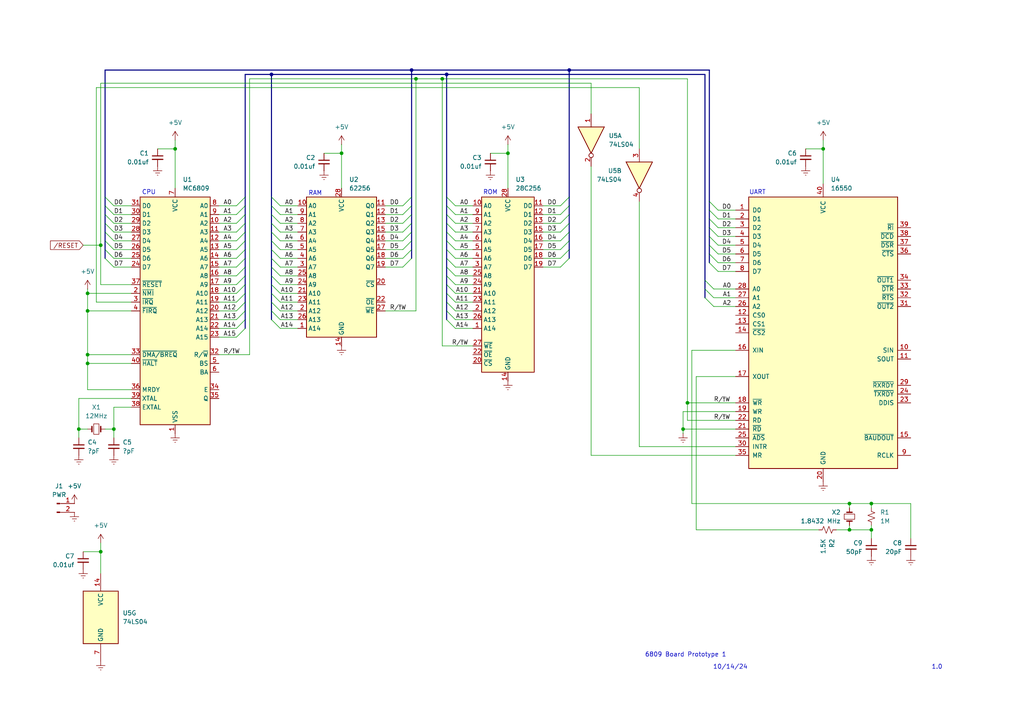
<source format=kicad_sch>
(kicad_sch (version 20231120) (generator "eeschema") (generator_version "8.0")
  (paper "A4")
  (lib_symbols
    (symbol "74xx:74LS04"
      (property "Reference" "U" (at 0 1.27 0))
      (property "Value" "74LS04" (at 0 -1.27 0))
      (symbol "74LS04_1_0"
        (polyline (pts (xy -3.81 3.81) (xy -3.81 -3.81) (xy 3.81 0) (xy -3.81 3.81)) (stroke (width 0.254)) (fill (type background)))
        (pin input line (at -7.62 0 0) (length 3.81) (name "~") (number "1"))
        (pin output inverted (at 7.62 0 180) (length 3.81) (name "~") (number "2"))
      )
      (symbol "74LS04_2_0"
        (polyline (pts (xy -3.81 3.81) (xy -3.81 -3.81) (xy 3.81 0) (xy -3.81 3.81)) (stroke (width 0.254)) (fill (type background)))
        (pin input line (at -7.62 0 0) (length 3.81) (name "~") (number "3"))
        (pin output inverted (at 7.62 0 180) (length 3.81) (name "~") (number "4"))
      )
      (symbol "74LS04_3_0"
        (polyline (pts (xy -3.81 3.81) (xy -3.81 -3.81) (xy 3.81 0) (xy -3.81 3.81)) (stroke (width 0.254)) (fill (type background)))
        (pin input line (at -7.62 0 0) (length 3.81) (name "~") (number "5"))
        (pin output inverted (at 7.62 0 180) (length 3.81) (name "~") (number "6"))
      )
      (symbol "74LS04_4_0"
        (polyline (pts (xy -3.81 3.81) (xy -3.81 -3.81) (xy 3.81 0) (xy -3.81 3.81)) (stroke (width 0.254)) (fill (type background)))
        (pin output inverted (at 7.62 0 180) (length 3.81) (name "~") (number "8"))
        (pin input line (at -7.62 0 0) (length 3.81) (name "~") (number "9"))
      )
      (symbol "74LS04_5_0"
        (polyline (pts (xy -3.81 3.81) (xy -3.81 -3.81) (xy 3.81 0) (xy -3.81 3.81)) (stroke (width 0.254)) (fill (type background)))
        (pin output inverted (at 7.62 0 180) (length 3.81) (name "~") (number "10"))
        (pin input line (at -7.62 0 0) (length 3.81) (name "~") (number "11"))
      )
      (symbol "74LS04_6_0"
        (polyline (pts (xy -3.81 3.81) (xy -3.81 -3.81) (xy 3.81 0) (xy -3.81 3.81)) (stroke (width 0.254)) (fill (type background)))
        (pin output inverted (at 7.62 0 180) (length 3.81) (name "~") (number "12"))
        (pin input line (at -7.62 0 0) (length 3.81) (name "~") (number "13"))
      )
      (symbol "74LS04_7_0"
        (pin power_in line (at 0 12.7 270) (length 5.08) (name "VCC") (number "14"))
        (pin power_in line (at 0 -12.7 90) (length 5.08) (name "GND") (number "7"))
      )
      (symbol "74LS04_7_1"
        (rectangle (start -5.08 7.62) (end 5.08 -7.62) (stroke (width 0.254)) (fill (type background)))
      )
    )
    (symbol "CPU_NXP_6800:MC6809"
      (property "Reference" "U" (at -7.62 34.29 0))
      (property "Value" "MC6809" (at 10.16 34.29 0))
      (symbol "MC6809_0_1"
        (rectangle (start -10.16 -33.02) (end 10.16 33.02) (stroke (width 0.254)) (fill (type background)))
      )
      (symbol "MC6809_1_1"
        (pin power_in line (at 0 -35.56 90) (length 2.54) (name "VSS") (number "1"))
        (pin output line (at 12.7 25.4 180) (length 2.54) (name "A2") (number "10"))
        (pin output line (at 12.7 22.86 180) (length 2.54) (name "A3") (number "11"))
        (pin output line (at 12.7 20.32 180) (length 2.54) (name "A4") (number "12"))
        (pin output line (at 12.7 17.78 180) (length 2.54) (name "A5") (number "13"))
        (pin output line (at 12.7 15.24 180) (length 2.54) (name "A6") (number "14"))
        (pin output line (at 12.7 12.7 180) (length 2.54) (name "A7") (number "15"))
        (pin output line (at 12.7 10.16 180) (length 2.54) (name "A8") (number "16"))
        (pin output line (at 12.7 7.62 180) (length 2.54) (name "A9") (number "17"))
        (pin output line (at 12.7 5.08 180) (length 2.54) (name "A10") (number "18"))
        (pin output line (at 12.7 2.54 180) (length 2.54) (name "A11") (number "19"))
        (pin input line (at -12.7 5.08 0) (length 2.54) (name "~{NMI}") (number "2"))
        (pin output line (at 12.7 0 180) (length 2.54) (name "A12") (number "20"))
        (pin output line (at 12.7 -2.54 180) (length 2.54) (name "A13") (number "21"))
        (pin output line (at 12.7 -5.08 180) (length 2.54) (name "A14") (number "22"))
        (pin output line (at 12.7 -7.62 180) (length 2.54) (name "A15") (number "23"))
        (pin bidirectional line (at -12.7 12.7 0) (length 2.54) (name "D7") (number "24"))
        (pin bidirectional line (at -12.7 15.24 0) (length 2.54) (name "D6") (number "25"))
        (pin bidirectional line (at -12.7 17.78 0) (length 2.54) (name "D5") (number "26"))
        (pin bidirectional line (at -12.7 20.32 0) (length 2.54) (name "D4") (number "27"))
        (pin bidirectional line (at -12.7 22.86 0) (length 2.54) (name "D3") (number "28"))
        (pin bidirectional line (at -12.7 25.4 0) (length 2.54) (name "D2") (number "29"))
        (pin input line (at -12.7 2.54 0) (length 2.54) (name "~{IRQ}") (number "3"))
        (pin bidirectional line (at -12.7 27.94 0) (length 2.54) (name "D1") (number "30"))
        (pin bidirectional line (at -12.7 30.48 0) (length 2.54) (name "D0") (number "31"))
        (pin output line (at 12.7 -12.7 180) (length 2.54) (name "R/~{W}") (number "32"))
        (pin input line (at -12.7 -12.7 0) (length 2.54) (name "~{DMA/BREQ}") (number "33"))
        (pin output line (at 12.7 -22.86 180) (length 2.54) (name "E") (number "34"))
        (pin output line (at 12.7 -25.4 180) (length 2.54) (name "Q") (number "35"))
        (pin input line (at -12.7 -22.86 0) (length 2.54) (name "MRDY") (number "36"))
        (pin input line (at -12.7 7.62 0) (length 2.54) (name "~{RESET}") (number "37"))
        (pin input line (at -12.7 -27.94 0) (length 2.54) (name "EXTAL") (number "38"))
        (pin input line (at -12.7 -25.4 0) (length 2.54) (name "XTAL") (number "39"))
        (pin input line (at -12.7 0 0) (length 2.54) (name "~{FIRQ}") (number "4"))
        (pin input line (at -12.7 -15.24 0) (length 2.54) (name "~{HALT}") (number "40"))
        (pin output line (at 12.7 -15.24 180) (length 2.54) (name "BS") (number "5"))
        (pin output line (at 12.7 -17.78 180) (length 2.54) (name "BA") (number "6"))
        (pin power_in line (at 0 35.56 270) (length 2.54) (name "VCC") (number "7"))
        (pin output line (at 12.7 30.48 180) (length 2.54) (name "A0") (number "8"))
        (pin output line (at 12.7 27.94 180) (length 2.54) (name "A1") (number "9"))
      )
    )
    (symbol "Connector:Conn_01x02_Pin" (pin_names (offset 1.016) hide)
      (property "Reference" "J" (at 0 2.54 0))
      (property "Value" "Conn_01x02_Pin" (at 0 -5.08 0))
      (symbol "Conn_01x02_Pin_1_1"
        (polyline (pts (xy 1.27 -2.54) (xy 0.8636 -2.54)) (stroke (width 0.1524)))
        (polyline (pts (xy 1.27 0) (xy 0.8636 0)) (stroke (width 0.1524)))
        (rectangle (start 0.8636 -2.413) (end 0 -2.667) (stroke (width 0.1524)) (fill (type outline)))
        (rectangle (start 0.8636 0.127) (end 0 -0.127) (stroke (width 0.1524)) (fill (type outline)))
        (pin passive line (at 5.08 0 180) (length 3.81) (name "Pin_1") (number "1"))
        (pin passive line (at 5.08 -2.54 180) (length 3.81) (name "Pin_2") (number "2"))
      )
    )
    (symbol "Device:C_Small" (pin_numbers hide) (pin_names (offset 0.254) hide)
      (property "Reference" "C" (at 0.254 1.778 0))
      (property "Value" "C_Small" (at 0.254 -2.032 0))
      (symbol "C_Small_0_1"
        (polyline (pts (xy -1.524 -0.508) (xy 1.524 -0.508)) (stroke (width 0.3302)))
        (polyline (pts (xy -1.524 0.508) (xy 1.524 0.508)) (stroke (width 0.3048)))
      )
      (symbol "C_Small_1_1"
        (pin passive line (at 0 2.54 270) (length 2.032) (name "~") (number "1"))
        (pin passive line (at 0 -2.54 90) (length 2.032) (name "~") (number "2"))
      )
    )
    (symbol "Device:Crystal_Small" (pin_numbers hide) (pin_names (offset 1.016) hide)
      (property "Reference" "Y" (at 0 2.54 0))
      (property "Value" "Crystal_Small" (at 0 -2.54 0))
      (symbol "Crystal_Small_0_1"
        (rectangle (start -0.762 -1.524) (end 0.762 1.524))
        (polyline (pts (xy -1.27 -0.762) (xy -1.27 0.762)) (stroke (width 0.381)))
        (polyline (pts (xy 1.27 -0.762) (xy 1.27 0.762)) (stroke (width 0.381)))
      )
      (symbol "Crystal_Small_1_1"
        (pin passive line (at -2.54 0 0) (length 1.27) (name "1") (number "1"))
        (pin passive line (at 2.54 0 180) (length 1.27) (name "2") (number "2"))
      )
    )
    (symbol "Device:R_Small_US" (pin_numbers hide) (pin_names (offset 0.254) hide)
      (property "Reference" "R" (at 0.762 0.508 0))
      (property "Value" "R_Small_US" (at 0.762 -1.016 0))
      (symbol "R_Small_US_1_1"
        (polyline (pts (xy 0 0) (xy 1.016 -0.381) (xy 0 -0.762) (xy -1.016 -1.143) (xy 0 -1.524)))
        (polyline (pts (xy 0 1.524) (xy 1.016 1.143) (xy 0 0.762) (xy -1.016 0.381) (xy 0 0)))
        (pin passive line (at 0 2.54 270) (length 1.016) (name "~") (number "1"))
        (pin passive line (at 0 -2.54 90) (length 1.016) (name "~") (number "2"))
      )
    )
    (symbol "Interface_UART:16550" (pin_names (offset 1.016))
      (property "Reference" "U" (at -21.59 40.64 0))
      (property "Value" "16550" (at 15.24 40.64 0))
      (symbol "16550_0_1"
        (rectangle (start -21.59 -39.37) (end 21.59 39.37) (stroke (width 0.254)) (fill (type background)))
      )
      (symbol "16550_1_1"
        (pin bidirectional line (at -25.4 35.56 0) (length 3.81) (name "D0") (number "1"))
        (pin input line (at 25.4 -5.08 180) (length 3.81) (name "SIN") (number "10"))
        (pin output line (at 25.4 -7.62 180) (length 3.81) (name "SOUT") (number "11"))
        (pin input line (at -25.4 5.08 0) (length 3.81) (name "CS0") (number "12"))
        (pin input line (at -25.4 2.54 0) (length 3.81) (name "CS1") (number "13"))
        (pin input line (at -25.4 0 0) (length 3.81) (name "~{CS2}") (number "14"))
        (pin output line (at 25.4 -30.48 180) (length 3.81) (name "~{BAUDOUT}") (number "15"))
        (pin input line (at -25.4 -5.08 0) (length 3.81) (name "XIN") (number "16"))
        (pin output line (at -25.4 -12.7 0) (length 3.81) (name "XOUT") (number "17"))
        (pin input line (at -25.4 -20.32 0) (length 3.81) (name "~{WR}") (number "18"))
        (pin input line (at -25.4 -22.86 0) (length 3.81) (name "WR") (number "19"))
        (pin bidirectional line (at -25.4 33.02 0) (length 3.81) (name "D1") (number "2"))
        (pin power_in line (at 0 -43.18 90) (length 3.81) (name "GND") (number "20"))
        (pin input line (at -25.4 -27.94 0) (length 3.81) (name "~{RD}") (number "21"))
        (pin input line (at -25.4 -25.4 0) (length 3.81) (name "RD") (number "22"))
        (pin output line (at 25.4 -20.32 180) (length 3.81) (name "DDIS") (number "23"))
        (pin output line (at 25.4 -17.78 180) (length 3.81) (name "~{TXRDY}") (number "24"))
        (pin input line (at -25.4 -30.48 0) (length 3.81) (name "~{ADS}") (number "25"))
        (pin input line (at -25.4 7.62 0) (length 3.81) (name "A2") (number "26"))
        (pin input line (at -25.4 10.16 0) (length 3.81) (name "A1") (number "27"))
        (pin input line (at -25.4 12.7 0) (length 3.81) (name "A0") (number "28"))
        (pin output line (at 25.4 -15.24 180) (length 3.81) (name "~{RXRDY}") (number "29"))
        (pin bidirectional line (at -25.4 30.48 0) (length 3.81) (name "D2") (number "3"))
        (pin output line (at -25.4 -33.02 0) (length 3.81) (name "INTR") (number "30"))
        (pin output line (at 25.4 7.62 180) (length 3.81) (name "~{OUT2}") (number "31"))
        (pin output line (at 25.4 10.16 180) (length 3.81) (name "~{RTS}") (number "32"))
        (pin output line (at 25.4 12.7 180) (length 3.81) (name "~{DTR}") (number "33"))
        (pin output line (at 25.4 15.24 180) (length 3.81) (name "~{OUT1}") (number "34"))
        (pin input line (at -25.4 -35.56 0) (length 3.81) (name "MR") (number "35"))
        (pin input line (at 25.4 22.86 180) (length 3.81) (name "~{CTS}") (number "36"))
        (pin input line (at 25.4 25.4 180) (length 3.81) (name "~{DSR}") (number "37"))
        (pin input line (at 25.4 27.94 180) (length 3.81) (name "~{DCD}") (number "38"))
        (pin input line (at 25.4 30.48 180) (length 3.81) (name "~{RI}") (number "39"))
        (pin bidirectional line (at -25.4 27.94 0) (length 3.81) (name "D3") (number "4"))
        (pin power_in line (at 0 43.18 270) (length 3.81) (name "VCC") (number "40"))
        (pin bidirectional line (at -25.4 25.4 0) (length 3.81) (name "D4") (number "5"))
        (pin bidirectional line (at -25.4 22.86 0) (length 3.81) (name "D5") (number "6"))
        (pin bidirectional line (at -25.4 20.32 0) (length 3.81) (name "D6") (number "7"))
        (pin bidirectional line (at -25.4 17.78 0) (length 3.81) (name "D7") (number "8"))
        (pin input line (at 25.4 -35.56 180) (length 3.81) (name "RCLK") (number "9"))
      )
    )
    (symbol "Memory_EEPROM:28C256"
      (property "Reference" "U" (at -7.62 26.67 0))
      (property "Value" "28C256" (at 2.54 -26.67 0))
      (symbol "28C256_1_1"
        (rectangle (start -7.62 25.4) (end 7.62 -25.4) (stroke (width 0.254)) (fill (type background)))
        (pin input line (at -10.16 -12.7 0) (length 2.54) (name "A14") (number "1"))
        (pin input line (at -10.16 22.86 0) (length 2.54) (name "A0") (number "10"))
        (pin tri_state line (at 10.16 22.86 180) (length 2.54) (name "D0") (number "11"))
        (pin tri_state line (at 10.16 20.32 180) (length 2.54) (name "D1") (number "12"))
        (pin tri_state line (at 10.16 17.78 180) (length 2.54) (name "D2") (number "13"))
        (pin power_in line (at 0 -27.94 90) (length 2.54) (name "GND") (number "14"))
        (pin tri_state line (at 10.16 15.24 180) (length 2.54) (name "D3") (number "15"))
        (pin tri_state line (at 10.16 12.7 180) (length 2.54) (name "D4") (number "16"))
        (pin tri_state line (at 10.16 10.16 180) (length 2.54) (name "D5") (number "17"))
        (pin tri_state line (at 10.16 7.62 180) (length 2.54) (name "D6") (number "18"))
        (pin tri_state line (at 10.16 5.08 180) (length 2.54) (name "D7") (number "19"))
        (pin input line (at -10.16 -7.62 0) (length 2.54) (name "A12") (number "2"))
        (pin input line (at -10.16 -22.86 0) (length 2.54) (name "~{CS}") (number "20"))
        (pin input line (at -10.16 -2.54 0) (length 2.54) (name "A10") (number "21"))
        (pin input line (at -10.16 -20.32 0) (length 2.54) (name "~{OE}") (number "22"))
        (pin input line (at -10.16 -5.08 0) (length 2.54) (name "A11") (number "23"))
        (pin input line (at -10.16 0 0) (length 2.54) (name "A9") (number "24"))
        (pin input line (at -10.16 2.54 0) (length 2.54) (name "A8") (number "25"))
        (pin input line (at -10.16 -10.16 0) (length 2.54) (name "A13") (number "26"))
        (pin input line (at -10.16 -17.78 0) (length 2.54) (name "~{WE}") (number "27"))
        (pin power_in line (at 0 27.94 270) (length 2.54) (name "VCC") (number "28"))
        (pin input line (at -10.16 5.08 0) (length 2.54) (name "A7") (number "3"))
        (pin input line (at -10.16 7.62 0) (length 2.54) (name "A6") (number "4"))
        (pin input line (at -10.16 10.16 0) (length 2.54) (name "A5") (number "5"))
        (pin input line (at -10.16 12.7 0) (length 2.54) (name "A4") (number "6"))
        (pin input line (at -10.16 15.24 0) (length 2.54) (name "A3") (number "7"))
        (pin input line (at -10.16 17.78 0) (length 2.54) (name "A2") (number "8"))
        (pin input line (at -10.16 20.32 0) (length 2.54) (name "A1") (number "9"))
      )
    )
    (symbol "Memory_RAM:KM62256CLP"
      (property "Reference" "U" (at -10.16 20.955 0))
      (property "Value" "KM62256CLP" (at 2.54 20.955 0))
      (symbol "KM62256CLP_0_0"
        (pin power_in line (at 0 -22.86 90) (length 2.54) (name "GND") (number "14"))
        (pin power_in line (at 0 22.86 270) (length 2.54) (name "VCC") (number "28"))
      )
      (symbol "KM62256CLP_0_1"
        (rectangle (start -10.16 20.32) (end 10.16 -20.32) (stroke (width 0.254)) (fill (type background)))
      )
      (symbol "KM62256CLP_1_1"
        (pin input line (at -12.7 -17.78 0) (length 2.54) (name "A14") (number "1"))
        (pin input line (at -12.7 17.78 0) (length 2.54) (name "A0") (number "10"))
        (pin tri_state line (at 12.7 17.78 180) (length 2.54) (name "Q0") (number "11"))
        (pin tri_state line (at 12.7 15.24 180) (length 2.54) (name "Q1") (number "12"))
        (pin tri_state line (at 12.7 12.7 180) (length 2.54) (name "Q2") (number "13"))
        (pin tri_state line (at 12.7 10.16 180) (length 2.54) (name "Q3") (number "15"))
        (pin tri_state line (at 12.7 7.62 180) (length 2.54) (name "Q4") (number "16"))
        (pin tri_state line (at 12.7 5.08 180) (length 2.54) (name "Q5") (number "17"))
        (pin tri_state line (at 12.7 2.54 180) (length 2.54) (name "Q6") (number "18"))
        (pin tri_state line (at 12.7 0 180) (length 2.54) (name "Q7") (number "19"))
        (pin input line (at -12.7 -12.7 0) (length 2.54) (name "A12") (number "2"))
        (pin input line (at 12.7 -5.08 180) (length 2.54) (name "~{CS}") (number "20"))
        (pin input line (at -12.7 -7.62 0) (length 2.54) (name "A10") (number "21"))
        (pin input line (at 12.7 -10.16 180) (length 2.54) (name "~{OE}") (number "22"))
        (pin input line (at -12.7 -10.16 0) (length 2.54) (name "A11") (number "23"))
        (pin input line (at -12.7 -5.08 0) (length 2.54) (name "A9") (number "24"))
        (pin input line (at -12.7 -2.54 0) (length 2.54) (name "A8") (number "25"))
        (pin input line (at -12.7 -15.24 0) (length 2.54) (name "A13") (number "26"))
        (pin input line (at 12.7 -12.7 180) (length 2.54) (name "~{WE}") (number "27"))
        (pin input line (at -12.7 0 0) (length 2.54) (name "A7") (number "3"))
        (pin input line (at -12.7 2.54 0) (length 2.54) (name "A6") (number "4"))
        (pin input line (at -12.7 5.08 0) (length 2.54) (name "A5") (number "5"))
        (pin input line (at -12.7 7.62 0) (length 2.54) (name "A4") (number "6"))
        (pin input line (at -12.7 10.16 0) (length 2.54) (name "A3") (number "7"))
        (pin input line (at -12.7 12.7 0) (length 2.54) (name "A2") (number "8"))
        (pin input line (at -12.7 15.24 0) (length 2.54) (name "A1") (number "9"))
      )
    )
    (symbol "power:+5V" (power) (pin_numbers hide) (pin_names (offset 0) hide)
      (property "Value" "+5V" (at 0 3.556 0))
      (symbol "+5V_0_1"
        (polyline (pts (xy -0.762 1.27) (xy 0 2.54)))
        (polyline (pts (xy 0 0) (xy 0 2.54)))
        (polyline (pts (xy 0 2.54) (xy 0.762 1.27)))
      )
      (symbol "+5V_1_1"
        (pin power_in line (at 0 0 90) (length 0) (name "~") (number "1"))
      )
    )
    (symbol "power:GNDREF" (power) (pin_numbers hide) (pin_names (offset 0) hide)
      (property "Value" "GNDREF" (at 0 -3.81 0))
      (symbol "GNDREF_0_1"
        (polyline (pts (xy -0.635 -1.905) (xy 0.635 -1.905)))
        (polyline (pts (xy -0.127 -2.54) (xy 0.127 -2.54)))
        (polyline (pts (xy 0 -1.27) (xy 0 0)))
        (polyline (pts (xy 1.27 -1.27) (xy -1.27 -1.27)))
      )
      (symbol "GNDREF_1_1"
        (pin power_in line (at 0 0 270) (length 0) (name "~") (number "1"))
      )
    )
  )
  (junction (at 147.32 44.45))
  (junction (at 78.74 21.59))
  (junction (at 99.06 44.45))
  (junction (at 25.4 105.41))
  (junction (at 25.4 90.17))
  (junction (at 252.73 146.05))
  (junction (at 25.4 102.87))
  (junction (at 238.76 43.18))
  (junction (at 120.65 22.86))
  (junction (at 33.02 124.46))
  (junction (at 199.39 116.84))
  (junction (at 246.38 153.67))
  (junction (at 128.27 22.86))
  (junction (at 129.54 21.59))
  (junction (at 22.86 124.46))
  (junction (at 165.1 20.32))
  (junction (at 29.21 71.12))
  (junction (at 50.8 43.18))
  (junction (at 119.38 20.32))
  (junction (at 246.38 146.05))
  (junction (at 29.21 160.02))
  (junction (at 252.73 153.67))
  (junction (at 25.4 85.09))
  (junction (at 198.12 124.46))
  (bus_entry (at 71.12 87.63) (size -2.54 2.54))
  (bus_entry (at 204.47 81.28) (size 2.54 2.54))
  (bus_entry (at 205.74 60.96) (size 2.54 2.54))
  (bus_entry (at 165.1 69.85) (size -2.54 2.54))
  (bus_entry (at 205.74 68.58) (size 2.54 2.54))
  (bus_entry (at 71.12 74.93) (size -2.54 2.54))
  (bus_entry (at 78.74 57.15) (size 2.54 2.54))
  (bus_entry (at 71.12 77.47) (size -2.54 2.54))
  (bus_entry (at 129.54 57.15) (size 2.54 2.54))
  (bus_entry (at 71.12 72.39) (size -2.54 2.54))
  (bus_entry (at 205.74 73.66) (size 2.54 2.54))
  (bus_entry (at 30.48 59.69) (size 2.54 2.54))
  (bus_entry (at 78.74 62.23) (size 2.54 2.54))
  (bus_entry (at 71.12 82.55) (size -2.54 2.54))
  (bus_entry (at 129.54 74.93) (size 2.54 2.54))
  (bus_entry (at 205.74 66.04) (size 2.54 2.54))
  (bus_entry (at 119.38 69.85) (size -2.54 2.54))
  (bus_entry (at 30.48 74.93) (size 2.54 2.54))
  (bus_entry (at 165.1 59.69) (size -2.54 2.54))
  (bus_entry (at 71.12 67.31) (size -2.54 2.54))
  (bus_entry (at 30.48 69.85) (size 2.54 2.54))
  (bus_entry (at 71.12 92.71) (size -2.54 2.54))
  (bus_entry (at 119.38 62.23) (size -2.54 2.54))
  (bus_entry (at 78.74 77.47) (size 2.54 2.54))
  (bus_entry (at 129.54 80.01) (size 2.54 2.54))
  (bus_entry (at 129.54 59.69) (size 2.54 2.54))
  (bus_entry (at 78.74 80.01) (size 2.54 2.54))
  (bus_entry (at 205.74 71.12) (size 2.54 2.54))
  (bus_entry (at 205.74 76.2) (size 2.54 2.54))
  (bus_entry (at 78.74 59.69) (size 2.54 2.54))
  (bus_entry (at 204.47 86.36) (size 2.54 2.54))
  (bus_entry (at 78.74 72.39) (size 2.54 2.54))
  (bus_entry (at 30.48 67.31) (size 2.54 2.54))
  (bus_entry (at 165.1 62.23) (size -2.54 2.54))
  (bus_entry (at 129.54 92.71) (size 2.54 2.54))
  (bus_entry (at 129.54 87.63) (size 2.54 2.54))
  (bus_entry (at 71.12 59.69) (size -2.54 2.54))
  (bus_entry (at 78.74 90.17) (size 2.54 2.54))
  (bus_entry (at 205.74 63.5) (size 2.54 2.54))
  (bus_entry (at 119.38 72.39) (size -2.54 2.54))
  (bus_entry (at 165.1 57.15) (size -2.54 2.54))
  (bus_entry (at 165.1 74.93) (size -2.54 2.54))
  (bus_entry (at 78.74 64.77) (size 2.54 2.54))
  (bus_entry (at 165.1 64.77) (size -2.54 2.54))
  (bus_entry (at 129.54 67.31) (size 2.54 2.54))
  (bus_entry (at 119.38 57.15) (size -2.54 2.54))
  (bus_entry (at 205.74 58.42) (size 2.54 2.54))
  (bus_entry (at 78.74 87.63) (size 2.54 2.54))
  (bus_entry (at 71.12 90.17) (size -2.54 2.54))
  (bus_entry (at 129.54 82.55) (size 2.54 2.54))
  (bus_entry (at 129.54 64.77) (size 2.54 2.54))
  (bus_entry (at 129.54 62.23) (size 2.54 2.54))
  (bus_entry (at 119.38 74.93) (size -2.54 2.54))
  (bus_entry (at 78.74 67.31) (size 2.54 2.54))
  (bus_entry (at 71.12 69.85) (size -2.54 2.54))
  (bus_entry (at 71.12 80.01) (size -2.54 2.54))
  (bus_entry (at 71.12 64.77) (size -2.54 2.54))
  (bus_entry (at 129.54 69.85) (size 2.54 2.54))
  (bus_entry (at 129.54 90.17) (size 2.54 2.54))
  (bus_entry (at 71.12 62.23) (size -2.54 2.54))
  (bus_entry (at 129.54 77.47) (size 2.54 2.54))
  (bus_entry (at 30.48 62.23) (size 2.54 2.54))
  (bus_entry (at 71.12 57.15) (size -2.54 2.54))
  (bus_entry (at 30.48 64.77) (size 2.54 2.54))
  (bus_entry (at 165.1 67.31) (size -2.54 2.54))
  (bus_entry (at 204.47 83.82) (size 2.54 2.54))
  (bus_entry (at 30.48 72.39) (size 2.54 2.54))
  (bus_entry (at 119.38 64.77) (size -2.54 2.54))
  (bus_entry (at 119.38 67.31) (size -2.54 2.54))
  (bus_entry (at 78.74 85.09) (size 2.54 2.54))
  (bus_entry (at 129.54 72.39) (size 2.54 2.54))
  (bus_entry (at 129.54 85.09) (size 2.54 2.54))
  (bus_entry (at 78.74 69.85) (size 2.54 2.54))
  (bus_entry (at 30.48 57.15) (size 2.54 2.54))
  (bus_entry (at 78.74 82.55) (size 2.54 2.54))
  (bus_entry (at 165.1 72.39) (size -2.54 2.54))
  (bus_entry (at 78.74 74.93) (size 2.54 2.54))
  (bus_entry (at 119.38 59.69) (size -2.54 2.54))
  (bus_entry (at 71.12 85.09) (size -2.54 2.54))
  (bus_entry (at 71.12 95.25) (size -2.54 2.54))
  (bus_entry (at 78.74 92.71) (size 2.54 2.54))
  (bus (pts (xy 71.12 82.55) (xy 71.12 85.09)))
  (wire (pts (xy 33.02 77.47) (xy 38.1 77.47)))
  (bus (pts (xy 78.74 74.93) (xy 78.74 77.47)))
  (bus (pts (xy 119.38 20.32) (xy 165.1 20.32)))
  (wire (pts (xy 25.4 90.17) (xy 38.1 90.17)))
  (wire (pts (xy 185.42 58.42) (xy 185.42 129.54)))
  (wire (pts (xy 132.08 67.31) (xy 137.16 67.31)))
  (wire (pts (xy 63.5 102.87) (xy 72.39 102.87)))
  (wire (pts (xy 81.28 85.09) (xy 86.36 85.09)))
  (wire (pts (xy 33.02 64.77) (xy 38.1 64.77)))
  (wire (pts (xy 68.58 74.93) (xy 63.5 74.93)))
  (bus (pts (xy 205.74 71.12) (xy 205.74 73.66)))
  (bus (pts (xy 204.47 81.28) (xy 204.47 83.82)))
  (bus (pts (xy 165.1 69.85) (xy 165.1 72.39)))
  (wire (pts (xy 252.73 152.4) (xy 252.73 153.67)))
  (wire (pts (xy 198.12 124.46) (xy 198.12 125.73)))
  (bus (pts (xy 71.12 59.69) (xy 71.12 62.23)))
  (wire (pts (xy 238.76 43.18) (xy 238.76 40.64)))
  (wire (pts (xy 30.48 124.46) (xy 33.02 124.46)))
  (wire (pts (xy 208.28 78.74) (xy 213.36 78.74)))
  (wire (pts (xy 132.08 80.01) (xy 137.16 80.01)))
  (wire (pts (xy 198.12 119.38) (xy 213.36 119.38)))
  (wire (pts (xy 185.42 129.54) (xy 213.36 129.54)))
  (wire (pts (xy 99.06 44.45) (xy 99.06 54.61)))
  (wire (pts (xy 246.38 146.05) (xy 246.38 147.32)))
  (wire (pts (xy 116.84 69.85) (xy 111.76 69.85)))
  (wire (pts (xy 25.4 83.82) (xy 25.4 85.09)))
  (wire (pts (xy 81.28 95.25) (xy 86.36 95.25)))
  (wire (pts (xy 132.08 64.77) (xy 137.16 64.77)))
  (wire (pts (xy 68.58 82.55) (xy 63.5 82.55)))
  (bus (pts (xy 78.74 82.55) (xy 78.74 85.09)))
  (wire (pts (xy 24.13 160.02) (xy 29.21 160.02)))
  (wire (pts (xy 252.73 146.05) (xy 252.73 147.32)))
  (wire (pts (xy 33.02 124.46) (xy 33.02 127)))
  (wire (pts (xy 50.8 43.18) (xy 50.8 40.64)))
  (bus (pts (xy 71.12 90.17) (xy 71.12 92.71)))
  (bus (pts (xy 78.74 21.59) (xy 78.74 57.15)))
  (wire (pts (xy 162.56 72.39) (xy 157.48 72.39)))
  (wire (pts (xy 201.93 153.67) (xy 237.49 153.67)))
  (wire (pts (xy 29.21 82.55) (xy 38.1 82.55)))
  (wire (pts (xy 33.02 124.46) (xy 33.02 118.11)))
  (wire (pts (xy 111.76 90.17) (xy 120.65 90.17)))
  (wire (pts (xy 132.08 77.47) (xy 137.16 77.47)))
  (bus (pts (xy 71.12 67.31) (xy 71.12 69.85)))
  (wire (pts (xy 116.84 64.77) (xy 111.76 64.77)))
  (wire (pts (xy 29.21 24.13) (xy 29.21 71.12)))
  (wire (pts (xy 68.58 97.79) (xy 63.5 97.79)))
  (wire (pts (xy 233.68 43.18) (xy 238.76 43.18)))
  (wire (pts (xy 208.28 73.66) (xy 213.36 73.66)))
  (bus (pts (xy 129.54 72.39) (xy 129.54 74.93)))
  (wire (pts (xy 33.02 59.69) (xy 38.1 59.69)))
  (wire (pts (xy 99.06 44.45) (xy 99.06 41.91)))
  (bus (pts (xy 205.74 58.42) (xy 205.74 60.96)))
  (wire (pts (xy 22.86 115.57) (xy 22.86 124.46)))
  (bus (pts (xy 165.1 62.23) (xy 165.1 64.77)))
  (wire (pts (xy 171.45 48.26) (xy 171.45 132.08)))
  (wire (pts (xy 81.28 90.17) (xy 86.36 90.17)))
  (bus (pts (xy 165.1 67.31) (xy 165.1 69.85)))
  (bus (pts (xy 119.38 69.85) (xy 119.38 72.39)))
  (bus (pts (xy 78.74 57.15) (xy 78.74 59.69)))
  (wire (pts (xy 132.08 82.55) (xy 137.16 82.55)))
  (wire (pts (xy 81.28 62.23) (xy 86.36 62.23)))
  (wire (pts (xy 208.28 71.12) (xy 213.36 71.12)))
  (wire (pts (xy 198.12 119.38) (xy 198.12 124.46)))
  (wire (pts (xy 38.1 115.57) (xy 22.86 115.57)))
  (wire (pts (xy 208.28 68.58) (xy 213.36 68.58)))
  (bus (pts (xy 129.54 85.09) (xy 129.54 87.63)))
  (wire (pts (xy 199.39 22.86) (xy 199.39 116.84)))
  (wire (pts (xy 213.36 116.84) (xy 199.39 116.84)))
  (bus (pts (xy 71.12 87.63) (xy 71.12 90.17)))
  (wire (pts (xy 38.1 113.03) (xy 25.4 113.03)))
  (wire (pts (xy 33.02 74.93) (xy 38.1 74.93)))
  (wire (pts (xy 25.4 105.41) (xy 38.1 105.41)))
  (wire (pts (xy 185.42 25.4) (xy 185.42 43.18)))
  (wire (pts (xy 72.39 22.86) (xy 72.39 102.87)))
  (bus (pts (xy 205.74 20.32) (xy 165.1 20.32)))
  (wire (pts (xy 162.56 74.93) (xy 157.48 74.93)))
  (bus (pts (xy 129.54 64.77) (xy 129.54 67.31)))
  (wire (pts (xy 208.28 63.5) (xy 213.36 63.5)))
  (wire (pts (xy 50.8 54.61) (xy 50.8 43.18)))
  (bus (pts (xy 71.12 72.39) (xy 71.12 74.93)))
  (bus (pts (xy 30.48 69.85) (xy 30.48 72.39)))
  (wire (pts (xy 72.39 22.86) (xy 120.65 22.86)))
  (wire (pts (xy 171.45 132.08) (xy 213.36 132.08)))
  (bus (pts (xy 205.74 73.66) (xy 205.74 76.2)))
  (wire (pts (xy 68.58 92.71) (xy 63.5 92.71)))
  (wire (pts (xy 81.28 64.77) (xy 86.36 64.77)))
  (bus (pts (xy 165.1 57.15) (xy 165.1 59.69)))
  (bus (pts (xy 78.74 72.39) (xy 78.74 74.93)))
  (bus (pts (xy 71.12 74.93) (xy 71.12 77.47)))
  (wire (pts (xy 68.58 85.09) (xy 63.5 85.09)))
  (wire (pts (xy 208.28 76.2) (xy 213.36 76.2)))
  (wire (pts (xy 24.13 71.12) (xy 29.21 71.12)))
  (bus (pts (xy 78.74 62.23) (xy 78.74 64.77)))
  (wire (pts (xy 29.21 160.02) (xy 29.21 157.48)))
  (wire (pts (xy 207.01 86.36) (xy 213.36 86.36)))
  (wire (pts (xy 200.66 146.05) (xy 246.38 146.05)))
  (bus (pts (xy 78.74 80.01) (xy 78.74 82.55)))
  (wire (pts (xy 199.39 116.84) (xy 199.39 121.92)))
  (wire (pts (xy 147.32 44.45) (xy 147.32 41.91)))
  (wire (pts (xy 81.28 69.85) (xy 86.36 69.85)))
  (wire (pts (xy 128.27 100.33) (xy 128.27 22.86)))
  (wire (pts (xy 132.08 62.23) (xy 137.16 62.23)))
  (bus (pts (xy 78.74 85.09) (xy 78.74 87.63)))
  (wire (pts (xy 162.56 62.23) (xy 157.48 62.23)))
  (wire (pts (xy 199.39 121.92) (xy 213.36 121.92)))
  (wire (pts (xy 207.01 88.9) (xy 213.36 88.9)))
  (bus (pts (xy 30.48 72.39) (xy 30.48 74.93)))
  (wire (pts (xy 68.58 77.47) (xy 63.5 77.47)))
  (bus (pts (xy 119.38 67.31) (xy 119.38 69.85)))
  (wire (pts (xy 208.28 66.04) (xy 213.36 66.04)))
  (wire (pts (xy 68.58 62.23) (xy 63.5 62.23)))
  (bus (pts (xy 78.74 69.85) (xy 78.74 72.39)))
  (wire (pts (xy 132.08 59.69) (xy 137.16 59.69)))
  (bus (pts (xy 30.48 20.32) (xy 30.48 57.15)))
  (bus (pts (xy 129.54 69.85) (xy 129.54 72.39)))
  (wire (pts (xy 81.28 82.55) (xy 86.36 82.55)))
  (wire (pts (xy 81.28 80.01) (xy 86.36 80.01)))
  (bus (pts (xy 78.74 77.47) (xy 78.74 80.01)))
  (wire (pts (xy 128.27 22.86) (xy 120.65 22.86)))
  (wire (pts (xy 22.86 124.46) (xy 25.4 124.46)))
  (wire (pts (xy 246.38 152.4) (xy 246.38 153.67)))
  (bus (pts (xy 204.47 21.59) (xy 204.47 81.28)))
  (bus (pts (xy 205.74 63.5) (xy 205.74 66.04)))
  (wire (pts (xy 116.84 67.31) (xy 111.76 67.31)))
  (wire (pts (xy 162.56 64.77) (xy 157.48 64.77)))
  (wire (pts (xy 132.08 92.71) (xy 137.16 92.71)))
  (wire (pts (xy 116.84 72.39) (xy 111.76 72.39)))
  (wire (pts (xy 200.66 101.6) (xy 200.66 146.05)))
  (wire (pts (xy 147.32 44.45) (xy 147.32 54.61)))
  (wire (pts (xy 238.76 43.18) (xy 238.76 53.34)))
  (wire (pts (xy 132.08 72.39) (xy 137.16 72.39)))
  (bus (pts (xy 78.74 87.63) (xy 78.74 90.17)))
  (bus (pts (xy 119.38 62.23) (xy 119.38 64.77)))
  (wire (pts (xy 25.4 85.09) (xy 38.1 85.09)))
  (wire (pts (xy 29.21 24.13) (xy 171.45 24.13)))
  (bus (pts (xy 71.12 64.77) (xy 71.12 67.31)))
  (bus (pts (xy 205.74 60.96) (xy 205.74 63.5)))
  (bus (pts (xy 129.54 59.69) (xy 129.54 62.23)))
  (bus (pts (xy 119.38 64.77) (xy 119.38 67.31)))
  (bus (pts (xy 78.74 64.77) (xy 78.74 67.31)))
  (bus (pts (xy 119.38 57.15) (xy 119.38 59.69)))
  (wire (pts (xy 242.57 153.67) (xy 246.38 153.67)))
  (bus (pts (xy 78.74 67.31) (xy 78.74 69.85)))
  (wire (pts (xy 132.08 69.85) (xy 137.16 69.85)))
  (bus (pts (xy 165.1 64.77) (xy 165.1 67.31)))
  (wire (pts (xy 45.72 43.18) (xy 50.8 43.18)))
  (wire (pts (xy 162.56 67.31) (xy 157.48 67.31)))
  (wire (pts (xy 201.93 109.22) (xy 213.36 109.22)))
  (bus (pts (xy 205.74 20.32) (xy 205.74 58.42)))
  (bus (pts (xy 71.12 62.23) (xy 71.12 64.77)))
  (wire (pts (xy 132.08 87.63) (xy 137.16 87.63)))
  (bus (pts (xy 165.1 72.39) (xy 165.1 74.93)))
  (wire (pts (xy 81.28 59.69) (xy 86.36 59.69)))
  (bus (pts (xy 78.74 59.69) (xy 78.74 62.23)))
  (bus (pts (xy 204.47 83.82) (xy 204.47 86.36)))
  (bus (pts (xy 71.12 80.01) (xy 71.12 82.55)))
  (wire (pts (xy 33.02 62.23) (xy 38.1 62.23)))
  (wire (pts (xy 81.28 87.63) (xy 86.36 87.63)))
  (wire (pts (xy 81.28 67.31) (xy 86.36 67.31)))
  (bus (pts (xy 129.54 77.47) (xy 129.54 80.01)))
  (bus (pts (xy 165.1 59.69) (xy 165.1 62.23)))
  (bus (pts (xy 129.54 90.17) (xy 129.54 92.71)))
  (wire (pts (xy 207.01 83.82) (xy 213.36 83.82)))
  (wire (pts (xy 25.4 102.87) (xy 25.4 90.17)))
  (bus (pts (xy 119.38 20.32) (xy 119.38 57.15)))
  (wire (pts (xy 22.86 124.46) (xy 22.86 127)))
  (wire (pts (xy 116.84 62.23) (xy 111.76 62.23)))
  (bus (pts (xy 30.48 62.23) (xy 30.48 64.77)))
  (wire (pts (xy 116.84 77.47) (xy 111.76 77.47)))
  (wire (pts (xy 25.4 105.41) (xy 25.4 102.87)))
  (bus (pts (xy 129.54 80.01) (xy 129.54 82.55)))
  (bus (pts (xy 129.54 67.31) (xy 129.54 69.85)))
  (wire (pts (xy 81.28 74.93) (xy 86.36 74.93)))
  (wire (pts (xy 81.28 92.71) (xy 86.36 92.71)))
  (bus (pts (xy 129.54 82.55) (xy 129.54 85.09)))
  (wire (pts (xy 68.58 72.39) (xy 63.5 72.39)))
  (wire (pts (xy 120.65 22.86) (xy 120.65 90.17)))
  (bus (pts (xy 119.38 72.39) (xy 119.38 74.93)))
  (wire (pts (xy 200.66 101.6) (xy 213.36 101.6)))
  (wire (pts (xy 25.4 85.09) (xy 25.4 90.17)))
  (wire (pts (xy 68.58 87.63) (xy 63.5 87.63)))
  (wire (pts (xy 171.45 24.13) (xy 171.45 33.02)))
  (wire (pts (xy 128.27 100.33) (xy 137.16 100.33)))
  (wire (pts (xy 213.36 60.96) (xy 208.28 60.96)))
  (wire (pts (xy 25.4 113.03) (xy 25.4 105.41)))
  (wire (pts (xy 111.76 59.69) (xy 116.84 59.69)))
  (wire (pts (xy 128.27 22.86) (xy 199.39 22.86)))
  (wire (pts (xy 81.28 72.39) (xy 86.36 72.39)))
  (wire (pts (xy 33.02 118.11) (xy 38.1 118.11)))
  (wire (pts (xy 252.73 156.21) (xy 252.73 153.67)))
  (bus (pts (xy 71.12 57.15) (xy 71.12 21.59)))
  (wire (pts (xy 142.24 44.45) (xy 147.32 44.45)))
  (bus (pts (xy 71.12 57.15) (xy 71.12 59.69)))
  (wire (pts (xy 116.84 74.93) (xy 111.76 74.93)))
  (bus (pts (xy 129.54 21.59) (xy 204.47 21.59)))
  (wire (pts (xy 132.08 95.25) (xy 137.16 95.25)))
  (wire (pts (xy 68.58 59.69) (xy 63.5 59.69)))
  (wire (pts (xy 132.08 85.09) (xy 137.16 85.09)))
  (bus (pts (xy 30.48 59.69) (xy 30.48 62.23)))
  (wire (pts (xy 33.02 67.31) (xy 38.1 67.31)))
  (wire (pts (xy 201.93 109.22) (xy 201.93 153.67)))
  (bus (pts (xy 78.74 21.59) (xy 129.54 21.59)))
  (wire (pts (xy 33.02 69.85) (xy 38.1 69.85)))
  (bus (pts (xy 30.48 20.32) (xy 119.38 20.32)))
  (wire (pts (xy 93.98 44.45) (xy 99.06 44.45)))
  (wire (pts (xy 162.56 69.85) (xy 157.48 69.85)))
  (bus (pts (xy 205.74 68.58) (xy 205.74 71.12)))
  (wire (pts (xy 68.58 69.85) (xy 63.5 69.85)))
  (bus (pts (xy 71.12 21.59) (xy 78.74 21.59)))
  (bus (pts (xy 71.12 92.71) (xy 71.12 95.25)))
  (wire (pts (xy 38.1 87.63) (xy 27.94 87.63)))
  (bus (pts (xy 78.74 90.17) (xy 78.74 92.71)))
  (bus (pts (xy 165.1 20.32) (xy 165.1 57.15)))
  (bus (pts (xy 129.54 57.15) (xy 129.54 59.69)))
  (bus (pts (xy 71.12 69.85) (xy 71.12 72.39)))
  (wire (pts (xy 246.38 146.05) (xy 252.73 146.05)))
  (wire (pts (xy 162.56 59.69) (xy 157.48 59.69)))
  (wire (pts (xy 68.58 90.17) (xy 63.5 90.17)))
  (wire (pts (xy 198.12 124.46) (xy 213.36 124.46)))
  (wire (pts (xy 246.38 153.67) (xy 252.73 153.67)))
  (bus (pts (xy 119.38 59.69) (xy 119.38 62.23)))
  (bus (pts (xy 30.48 64.77) (xy 30.48 67.31)))
  (wire (pts (xy 33.02 72.39) (xy 38.1 72.39)))
  (bus (pts (xy 30.48 57.15) (xy 30.48 59.69)))
  (wire (pts (xy 132.08 90.17) (xy 137.16 90.17)))
  (bus (pts (xy 71.12 85.09) (xy 71.12 87.63)))
  (wire (pts (xy 27.94 25.4) (xy 185.42 25.4)))
  (wire (pts (xy 68.58 80.01) (xy 63.5 80.01)))
  (bus (pts (xy 205.74 66.04) (xy 205.74 68.58)))
  (wire (pts (xy 162.56 77.47) (xy 157.48 77.47)))
  (wire (pts (xy 81.28 77.47) (xy 86.36 77.47)))
  (wire (pts (xy 264.16 146.05) (xy 264.16 156.21)))
  (wire (pts (xy 68.58 95.25) (xy 63.5 95.25)))
  (bus (pts (xy 129.54 87.63) (xy 129.54 90.17)))
  (bus (pts (xy 129.54 21.59) (xy 129.54 57.15)))
  (wire (pts (xy 29.21 71.12) (xy 29.21 82.55)))
  (wire (pts (xy 68.58 67.31) (xy 63.5 67.31)))
  (wire (pts (xy 68.58 64.77) (xy 63.5 64.77)))
  (wire (pts (xy 252.73 146.05) (xy 264.16 146.05)))
  (wire (pts (xy 27.94 87.63) (xy 27.94 25.4)))
  (bus (pts (xy 71.12 77.47) (xy 71.12 80.01)))
  (wire (pts (xy 29.21 160.02) (xy 29.21 166.37)))
  (bus (pts (xy 129.54 74.93) (xy 129.54 77.47)))
  (bus (pts (xy 129.54 62.23) (xy 129.54 64.77)))
  (bus (pts (xy 30.48 67.31) (xy 30.48 69.85)))
  (wire (pts (xy 132.08 74.93) (xy 137.16 74.93)))
  (wire (pts (xy 25.4 102.87) (xy 38.1 102.87)))
  (text "1.0\n" (at 271.78 193.548 0) (effects (font (size 1.27 1.27))))
  (text "ROM\n" (at 142.24 55.88 0) (effects (font (size 1.27 1.27))))
  (text "UART" (at 219.71 55.88 0) (effects (font (size 1.27 1.27))))
  (text "CPU\n" (at 43.18 55.88 0) (effects (font (size 1.27 1.27))))
  (text "6809 Board Prototype 1" (at 198.882 189.992 0) (effects (font (size 1.27 1.27))))
  (text "10/14/24\n" (at 211.836 193.548 0) (effects (font (size 1.27 1.27))))
  (text "RAM\n\n" (at 91.44 57.15 0) (effects (font (size 1.27 1.27))))
  (label "A12" (at 135.89 90.17 180))
  (label "D6" (at 33.02 74.93 0))
  (label "D4" (at 33.02 69.85 0))
  (label "A11" (at 64.77 87.63 0))
  (label "D3" (at 212.09 68.58 180))
  (label "D0" (at 33.02 59.69 0))
  (label "D1" (at 113.03 62.23 0))
  (label "A7" (at 135.89 77.47 180))
  (label "R{slash}!W" (at 207.01 116.84 0))
  (label "D1" (at 33.02 62.23 0))
  (label "D6" (at 158.75 74.93 0))
  (label "D1" (at 158.75 62.23 0))
  (label "A6" (at 135.89 74.93 180))
  (label "A11" (at 135.89 87.63 180))
  (label "A6" (at 85.09 74.93 180))
  (label "A5" (at 135.89 72.39 180))
  (label "A13" (at 64.77 92.71 0))
  (label "A3" (at 85.09 67.31 180))
  (label "A4" (at 135.89 69.85 180))
  (label "D2" (at 113.03 64.77 0))
  (label "D0" (at 212.09 60.96 180))
  (label "A3" (at 135.89 67.31 180))
  (label "A12" (at 64.77 90.17 0))
  (label "A1" (at 135.89 62.23 180))
  (label "A10" (at 64.77 85.09 0))
  (label "A1" (at 85.09 62.23 180))
  (label "D2" (at 158.75 64.77 0))
  (label "A4" (at 85.09 69.85 180))
  (label "A13" (at 85.09 92.71 180))
  (label "D2" (at 212.09 66.04 180))
  (label "A3" (at 64.77 67.31 0))
  (label "R{slash}!W" (at 207.01 121.92 0))
  (label "D7" (at 113.03 77.47 0))
  (label "D0" (at 113.03 59.69 0))
  (label "A10" (at 135.89 85.09 180))
  (label "A4" (at 64.77 69.85 0))
  (label "R{slash}!W" (at 113.03 90.17 0))
  (label "A2" (at 212.09 88.9 180))
  (label "D6" (at 212.09 76.2 180))
  (label "A13" (at 135.89 92.71 180))
  (label "A0" (at 212.09 83.82 180))
  (label "A8" (at 135.89 80.01 180))
  (label "A12" (at 85.09 90.17 180))
  (label "A7" (at 64.77 77.47 0))
  (label "A6" (at 64.77 74.93 0))
  (label "R{slash}!W" (at 135.89 100.33 180))
  (label "D2" (at 33.02 64.77 0))
  (label "A8" (at 64.77 80.01 0))
  (label "A9" (at 85.09 82.55 180))
  (label "A11" (at 85.09 87.63 180))
  (label "D7" (at 33.02 77.47 0))
  (label "A15" (at 64.77 97.79 0))
  (label "A14" (at 85.09 95.25 180))
  (label "A8" (at 85.09 80.01 180))
  (label "A10" (at 85.09 85.09 180))
  (label "A9" (at 64.77 82.55 0))
  (label "A7" (at 85.09 77.47 180))
  (label "A14" (at 135.89 95.25 180))
  (label "A2" (at 85.09 64.77 180))
  (label "D5" (at 113.03 72.39 0))
  (label "A0" (at 135.89 59.69 180))
  (label "D5" (at 33.02 72.39 0))
  (label "D4" (at 113.03 69.85 0))
  (label "D1" (at 212.09 63.5 180))
  (label "D6" (at 113.03 74.93 0))
  (label "A5" (at 85.09 72.39 180))
  (label "A0" (at 64.77 59.69 0))
  (label "D0" (at 158.75 59.69 0))
  (label "R{slash}!W" (at 64.77 102.87 0))
  (label "D4" (at 158.75 69.85 0))
  (label "A1" (at 64.77 62.23 0))
  (label "D5" (at 158.75 72.39 0))
  (label "A0" (at 85.09 59.69 180))
  (label "D7" (at 212.09 78.74 180))
  (label "D5" (at 212.09 73.66 180))
  (label "D7" (at 158.75 77.47 0))
  (label "D3" (at 158.75 67.31 0))
  (label "A5" (at 64.77 72.39 0))
  (label "D3" (at 113.03 67.31 0))
  (label "D3" (at 33.02 67.31 0))
  (label "A1" (at 212.09 86.36 180))
  (label "A14" (at 64.77 95.25 0))
  (label "D4" (at 212.09 71.12 180))
  (label "A2" (at 64.77 64.77 0))
  (label "A9" (at 135.89 82.55 180))
  (label "A2" (at 135.89 64.77 180))
  (global_label "{slash}RESET" (shape input) (at 24.13 71.12 180) (property "Intersheetrefs" "${INTERSHEET_REFS}" (effects (hide yes))))
  (symbol (lib_id "power:+5V") (at 25.4 83.82 0) (unit 1)
    (property "Reference" "#PWR021" (effects (hide yes)))
    (property "Value" "+5V" (at 25.4 78.74 0))
    (property "Description" "Power symbol creates a global label with name \"+5V\"" (effects (hide yes)))
  )
  (symbol (lib_id "power:GNDREF") (at 147.32 110.49 0) (unit 1)
    (property "Reference" "#PWR09" (effects (hide yes)))
    (property "Value" "GND" (effects (hide yes)))
    (property "Description" "Power symbol creates a global label with name \"GNDREF\" , reference supply ground" (effects (hide yes)))
  )
  (symbol (lib_id "power:+5V") (at 147.32 41.91 0) (unit 1)
    (property "Reference" "#PWR06" (effects (hide yes)))
    (property "Value" "+5V" (at 147.32 36.83 0))
    (property "Description" "Power symbol creates a global label with name \"+5V\"" (effects (hide yes)))
  )
  (symbol (lib_id "power:+5V") (at 21.59 146.05 0) (unit 1)
    (property "Reference" "#PWR023" (effects (hide yes)))
    (property "Value" "+5V" (at 21.59 140.97 0))
    (property "Description" "Power symbol creates a global label with name \"+5V\"" (effects (hide yes)))
  )
  (symbol (lib_id "Device:R_Small_US") (at 240.03 153.67 270) (unit 1)
    (property "Reference" "R2" (at 241.3 156.21 0) (effects (justify left)))
    (property "Value" "1.5K" (at 238.76 156.21 0) (effects (justify left)))
    (property "Description" "Resistor, small US symbol" (effects (hide yes)))
  )
  (symbol (lib_id "power:GNDREF") (at 29.21 191.77 0) (unit 1)
    (property "Reference" "#PWR018" (effects (hide yes)))
    (property "Value" "GND" (effects (hide yes)))
    (property "Description" "Power symbol creates a global label with name \"GNDREF\" , reference supply ground" (effects (hide yes)))
  )
  (symbol (lib_id "Device:C_Small") (at 142.24 46.99 0) (mirror y) (unit 1)
    (property "Reference" "C3" (at 139.7 45.7262 0) (effects (justify left)))
    (property "Value" "0.01uf" (at 139.7 48.2662 0) (effects (justify left)))
    (property "Description" "Unpolarized capacitor, small symbol" (effects (hide yes)))
  )
  (symbol (lib_id "power:GNDREF") (at 99.06 100.33 0) (unit 1)
    (property "Reference" "#PWR08" (effects (hide yes)))
    (property "Value" "GND" (effects (hide yes)))
    (property "Description" "Power symbol creates a global label with name \"GNDREF\" , reference supply ground" (effects (hide yes)))
  )
  (symbol (lib_id "power:GNDREF") (at 45.72 48.26 0) (unit 1)
    (property "Reference" "#PWR01" (effects (hide yes)))
    (property "Value" "GND" (effects (hide yes)))
    (property "Description" "Power symbol creates a global label with name \"GNDREF\" , reference supply ground" (effects (hide yes)))
  )
  (symbol (lib_id "Device:C_Small") (at 233.68 45.72 0) (mirror y) (unit 1)
    (property "Reference" "C6" (at 231.14 44.4562 0) (effects (justify left)))
    (property "Value" "0.01uf" (at 231.14 46.9962 0) (effects (justify left)))
    (property "Description" "Unpolarized capacitor, small symbol" (effects (hide yes)))
  )
  (symbol (lib_id "power:GNDREF") (at 238.76 139.7 0) (unit 1)
    (property "Reference" "#PWR014" (effects (hide yes)))
    (property "Value" "GND" (effects (hide yes)))
    (property "Description" "Power symbol creates a global label with name \"GNDREF\" , reference supply ground" (effects (hide yes)))
  )
  (symbol (lib_id "power:GNDREF") (at 33.02 132.08 0) (unit 1)
    (property "Reference" "#PWR011" (effects (hide yes)))
    (property "Value" "GND" (effects (hide yes)))
    (property "Description" "Power symbol creates a global label with name \"GNDREF\" , reference supply ground" (effects (hide yes)))
  )
  (symbol (lib_id "74xx:74LS04") (at 171.45 40.64 270) (unit 1)
    (property "Reference" "U5" (at 176.53 39.3699 90) (effects (justify left)))
    (property "Value" "74LS04" (at 176.53 41.9099 90) (effects (justify left)))
    (property "Datasheet" "http://www.ti.com/lit/gpn/sn74LS04" (effects (hide yes)))
    (property "Description" "Hex Inverter" (effects (hide yes)))
  )
  (symbol (lib_id "power:+5V") (at 99.06 41.91 0) (unit 1)
    (property "Reference" "#PWR04" (effects (hide yes)))
    (property "Value" "+5V" (at 99.06 36.83 0))
    (property "Description" "Power symbol creates a global label with name \"+5V\"" (effects (hide yes)))
  )
  (symbol (lib_id "power:+5V") (at 50.8 40.64 0) (unit 1)
    (property "Reference" "#PWR02" (effects (hide yes)))
    (property "Value" "+5V" (at 50.8 35.56 0))
    (property "Description" "Power symbol creates a global label with name \"+5V\"" (effects (hide yes)))
  )
  (symbol (lib_id "power:GNDREF") (at 233.68 48.26 0) (unit 1)
    (property "Reference" "#PWR012" (effects (hide yes)))
    (property "Value" "GND" (effects (hide yes)))
    (property "Description" "Power symbol creates a global label with name \"GNDREF\" , reference supply ground" (effects (hide yes)))
  )
  (symbol (lib_id "74xx:74LS04") (at -15.24 162.56 0) (unit 4)
    (property "Reference" "U5" (at -15.24 153.67 0))
    (property "Value" "74LS04" (at -15.24 156.21 0))
    (property "Datasheet" "http://www.ti.com/lit/gpn/sn74LS04" (effects (hide yes)))
    (property "Description" "Hex Inverter" (effects (hide yes)))
  )
  (symbol (lib_id "Device:C_Small") (at 45.72 45.72 0) (mirror y) (unit 1)
    (property "Reference" "C1" (at 43.18 44.4562 0) (effects (justify left)))
    (property "Value" "0.01uf" (at 43.18 46.9962 0) (effects (justify left)))
    (property "Description" "Unpolarized capacitor, small symbol" (effects (hide yes)))
  )
  (symbol (lib_id "Device:C_Small") (at 264.16 158.75 0) (mirror y) (unit 1)
    (property "Reference" "C8" (at 261.62 157.4862 0) (effects (justify left)))
    (property "Value" "20pF" (at 261.62 160.0262 0) (effects (justify left)))
    (property "Description" "Unpolarized capacitor, small symbol" (effects (hide yes)))
  )
  (symbol (lib_id "Device:C_Small") (at 22.86 129.54 0) (unit 1)
    (property "Reference" "C4" (at 25.4 128.2762 0) (effects (justify left)))
    (property "Value" "?pF" (at 25.4 130.8162 0) (effects (justify left)))
    (property "Description" "Unpolarized capacitor, small symbol" (effects (hide yes)))
  )
  (symbol (lib_id "74xx:74LS04") (at 185.42 50.8 90) (mirror x) (unit 2)
    (property "Reference" "U5" (at 180.34 49.5299 90) (effects (justify left)))
    (property "Value" "74LS04" (at 180.34 52.0699 90) (effects (justify left)))
    (property "Datasheet" "http://www.ti.com/lit/gpn/sn74LS04" (effects (hide yes)))
    (property "Description" "Hex Inverter" (effects (hide yes)))
  )
  (symbol (lib_id "power:+5V") (at 29.21 157.48 0) (unit 1)
    (property "Reference" "#PWR017" (effects (hide yes)))
    (property "Value" "+5V" (at 29.21 152.4 0))
    (property "Description" "Power symbol creates a global label with name \"+5V\"" (effects (hide yes)))
  )
  (symbol (lib_id "power:GNDREF") (at 252.73 161.29 0) (mirror y) (unit 1)
    (property "Reference" "#PWR020" (effects (hide yes)))
    (property "Value" "GND" (effects (hide yes)))
    (property "Description" "Power symbol creates a global label with name \"GNDREF\" , reference supply ground" (effects (hide yes)))
  )
  (symbol (lib_id "power:GNDREF") (at 93.98 49.53 0) (unit 1)
    (property "Reference" "#PWR03" (effects (hide yes)))
    (property "Value" "GND" (effects (hide yes)))
    (property "Description" "Power symbol creates a global label with name \"GNDREF\" , reference supply ground" (effects (hide yes)))
  )
  (symbol (lib_id "power:GNDREF") (at 21.59 148.59 0) (unit 1)
    (property "Reference" "#PWR022" (effects (hide yes)))
    (property "Value" "GND" (effects (hide yes)))
    (property "Description" "Power symbol creates a global label with name \"GNDREF\" , reference supply ground" (effects (hide yes)))
  )
  (symbol (lib_id "Connector:Conn_01x02_Pin") (at 16.51 146.05 0) (unit 1)
    (property "Reference" "J1" (at 17.145 140.97 0))
    (property "Value" "PWR" (at 17.145 143.51 0))
    (property "Description" "Generic connector, single row, 01x02, script generated" (effects (hide yes)))
  )
  (symbol (lib_id "Device:Crystal_Small") (at 27.94 124.46 0) (unit 1)
    (property "Reference" "X1" (at 27.94 118.11 0))
    (property "Value" "12MHz" (at 27.94 120.65 0))
    (property "Description" "Two pin crystal, small symbol" (effects (hide yes)))
  )
  (symbol (lib_id "Memory_RAM:KM62256CLP") (at 99.06 77.47 0) (unit 1)
    (property "Reference" "U2" (at 101.2541 52.07 0) (effects (justify left)))
    (property "Value" "62256" (at 101.2541 54.61 0) (effects (justify left)))
    (property "Footprint" "Package_DIP:DIP-28_W15.24mm" (effects (hide yes)))
    (property "Datasheet" "https://www.futurlec.com/Datasheet/Memory/62256.pdf" (effects (hide yes)))
    (property "Description" "32Kx8 bit Low Power CMOS Static RAM, 55/70ns, DIP-28" (effects (hide yes)))
  )
  (symbol (lib_id "Interface_UART:16550") (at 238.76 96.52 0) (unit 1)
    (property "Reference" "U4" (at 240.9541 52.07 0) (effects (justify left)))
    (property "Value" "16550" (at 240.9541 54.61 0) (effects (justify left)))
    (property "Footprint" "Package_DIP:DIP-40_W15.24mm" (effects (hide yes)))
    (property "Datasheet" "http://www.ti.com/lit/ds/symlink/pc16550d.pdf" (effects (hide yes)))
    (property "Description" "PC16550D, Universal Asynchronous Receiver/Transmitter with FIFOs, PDIP-40" (effects (hide yes)))
  )
  (symbol (lib_id "74xx:74LS04") (at -15.24 148.59 0) (unit 3)
    (property "Reference" "U5" (at -15.24 139.7 0))
    (property "Value" "74LS04" (at -15.24 142.24 0))
    (property "Datasheet" "http://www.ti.com/lit/gpn/sn74LS04" (effects (hide yes)))
    (property "Description" "Hex Inverter" (effects (hide yes)))
  )
  (symbol (lib_id "74xx:74LS04") (at 29.21 179.07 0) (unit 7)
    (property "Reference" "U5" (at 35.56 177.7999 0) (effects (justify left)))
    (property "Value" "74LS04" (at 35.56 180.3399 0) (effects (justify left)))
    (property "Datasheet" "http://www.ti.com/lit/gpn/sn74LS04" (effects (hide yes)))
    (property "Description" "Hex Inverter" (effects (hide yes)))
  )
  (symbol (lib_id "74xx:74LS04") (at -15.24 176.53 0) (unit 5)
    (property "Reference" "U5" (at -15.24 167.64 0))
    (property "Value" "74LS04" (at -15.24 170.18 0))
    (property "Datasheet" "http://www.ti.com/lit/gpn/sn74LS04" (effects (hide yes)))
    (property "Description" "Hex Inverter" (effects (hide yes)))
  )
  (symbol (lib_id "74xx:74LS04") (at -15.24 190.5 0) (unit 6)
    (property "Reference" "U5" (at -15.24 181.61 0))
    (property "Value" "74LS04" (at -15.24 184.15 0))
    (property "Datasheet" "http://www.ti.com/lit/gpn/sn74LS04" (effects (hide yes)))
    (property "Description" "Hex Inverter" (effects (hide yes)))
  )
  (symbol (lib_id "power:GNDREF") (at 24.13 165.1 0) (unit 1)
    (property "Reference" "#PWR016" (effects (hide yes)))
    (property "Value" "GND" (effects (hide yes)))
    (property "Description" "Power symbol creates a global label with name \"GNDREF\" , reference supply ground" (effects (hide yes)))
  )
  (symbol (lib_id "power:GNDREF") (at 264.16 161.29 0) (mirror y) (unit 1)
    (property "Reference" "#PWR019" (effects (hide yes)))
    (property "Value" "GND" (effects (hide yes)))
    (property "Description" "Power symbol creates a global label with name \"GNDREF\" , reference supply ground" (effects (hide yes)))
  )
  (symbol (lib_id "Device:R_Small_US") (at 252.73 149.86 0) (unit 1)
    (property "Reference" "R1" (at 255.27 148.59 0) (effects (justify left)))
    (property "Value" "1M" (at 255.27 151.13 0) (effects (justify left)))
    (property "Description" "Resistor, small US symbol" (effects (hide yes)))
  )
  (symbol (lib_id "Device:C_Small") (at 252.73 158.75 0) (mirror y) (unit 1)
    (property "Reference" "C9" (at 250.19 157.4862 0) (effects (justify left)))
    (property "Value" "50pF" (at 250.19 160.0262 0) (effects (justify left)))
    (property "Description" "Unpolarized capacitor, small symbol" (effects (hide yes)))
  )
  (symbol (lib_id "power:GNDREF") (at 142.24 49.53 0) (unit 1)
    (property "Reference" "#PWR05" (effects (hide yes)))
    (property "Value" "GND" (effects (hide yes)))
    (property "Description" "Power symbol creates a global label with name \"GNDREF\" , reference supply ground" (effects (hide yes)))
  )
  (symbol (lib_id "Device:C_Small") (at 24.13 162.56 0) (mirror y) (unit 1)
    (property "Reference" "C7" (at 21.59 161.2962 0) (effects (justify left)))
    (property "Value" "0.01uf" (at 21.59 163.8362 0) (effects (justify left)))
    (property "Description" "Unpolarized capacitor, small symbol" (effects (hide yes)))
  )
  (symbol (lib_id "power:GNDREF") (at 50.8 125.73 0) (unit 1)
    (property "Reference" "#PWR07" (effects (hide yes)))
    (property "Value" "GND" (effects (hide yes)))
    (property "Description" "Power symbol creates a global label with name \"GNDREF\" , reference supply ground" (effects (hide yes)))
  )
  (symbol (lib_id "power:GNDREF") (at 198.12 125.73 0) (unit 1)
    (property "Reference" "#PWR015" (effects (hide yes)))
    (property "Value" "GND" (effects (hide yes)))
    (property "Description" "Power symbol creates a global label with name \"GNDREF\" , reference supply ground" (effects (hide yes)))
  )
  (symbol (lib_id "Device:C_Small") (at 93.98 46.99 0) (mirror y) (unit 1)
    (property "Reference" "C2" (at 91.44 45.7262 0) (effects (justify left)))
    (property "Value" "0.01uf" (at 91.44 48.2662 0) (effects (justify left)))
    (property "Description" "Unpolarized capacitor, small symbol" (effects (hide yes)))
  )
  (symbol (lib_id "Memory_EEPROM:28C256") (at 147.32 82.55 0) (unit 1)
    (property "Reference" "U3" (at 149.5141 52.07 0) (effects (justify left)))
    (property "Value" "28C256" (at 149.5141 54.61 0) (effects (justify left)))
    (property "Datasheet" "http://ww1.microchip.com/downloads/en/DeviceDoc/doc0006.pdf" (effects (hide yes)))
    (property "Description" "Paged Parallel EEPROM 256Kb (32K x 8), DIP-28/SOIC-28" (effects (hide yes)))
  )
  (symbol (lib_id "Device:C_Small") (at 33.02 129.54 0) (unit 1)
    (property "Reference" "C5" (at 35.56 128.2762 0) (effects (justify left)))
    (property "Value" "?pF" (at 35.56 130.8162 0) (effects (justify left)))
    (property "Description" "Unpolarized capacitor, small symbol" (effects (hide yes)))
  )
  (symbol (lib_id "CPU_NXP_6800:MC6809") (at 50.8 90.17 0) (unit 1)
    (property "Reference" "U1" (at 52.9941 52.07 0) (effects (justify left)))
    (property "Value" "MC6809" (at 52.9941 54.61 0) (effects (justify left)))
    (property "Footprint" "Package_DIP:DIP-40_W15.24mm" (effects (hide yes)))
    (property "Datasheet" "http://pdf.datasheetcatalog.com/datasheet/motorola/MC68B09S.pdf" (effects (hide yes)))
    (property "Description" "8-Bit Microprocessing unit 1.0MHz, DIP-40" (effects (hide yes)))
  )
  (symbol (lib_id "power:+5V") (at 238.76 40.64 0) (unit 1)
    (property "Reference" "#PWR013" (effects (hide yes)))
    (property "Value" "+5V" (at 238.76 35.56 0))
    (property "Description" "Power symbol creates a global label with name \"+5V\"" (effects (hide yes)))
  )
  (symbol (lib_id "power:GNDREF") (at 22.86 132.08 0) (unit 1)
    (property "Reference" "#PWR010" (effects (hide yes)))
    (property "Value" "GND" (effects (hide yes)))
    (property "Description" "Power symbol creates a global label with name \"GNDREF\" , reference supply ground" (effects (hide yes)))
  )
  (symbol (lib_id "Device:Crystal_Small") (at 246.38 149.86 90) (mirror x) (unit 1)
    (property "Reference" "X2" (at 243.84 148.5899 90) (effects (justify left)))
    (property "Value" "1.8432 MHz" (at 243.84 151.1299 90) (effects (justify left)))
    (property "Description" "Two pin crystal, small symbol" (effects (hide yes)))
  )
)
</source>
